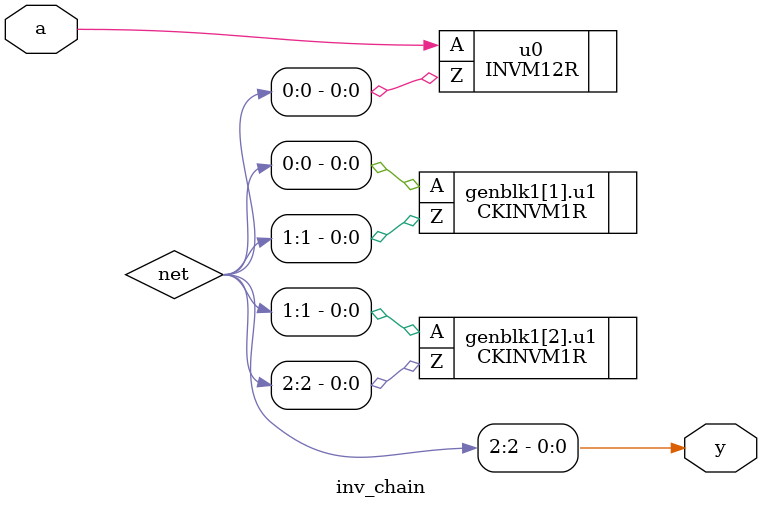
<source format=sv>
module inv_chain
	#(parameter N=3)	
	(
	input a,
	output y);
	
	logic [N-1:0] net;


	INVM12R u0(.A(a), .Z(net[0]));

	genvar i;
	
	generate
		for(i=1; i<N; i=i+1) begin
		CKINVM1R u1 (.A(net[i-1]), .Z(net[i]));
		end
	endgenerate

	

	assign y = net[N-1];
endmodule

</source>
